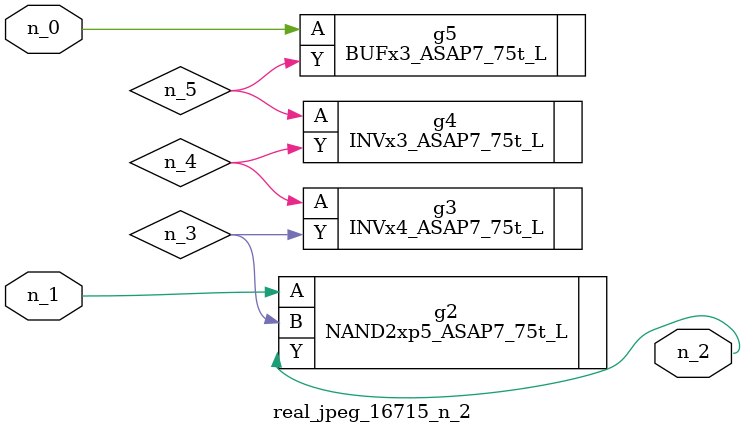
<source format=v>
module real_jpeg_16715_n_2 (n_1, n_0, n_2);

input n_1;
input n_0;

output n_2;

wire n_5;
wire n_4;
wire n_3;

BUFx3_ASAP7_75t_L g5 ( 
.A(n_0),
.Y(n_5)
);

NAND2xp5_ASAP7_75t_L g2 ( 
.A(n_1),
.B(n_3),
.Y(n_2)
);

INVx4_ASAP7_75t_L g3 ( 
.A(n_4),
.Y(n_3)
);

INVx3_ASAP7_75t_L g4 ( 
.A(n_5),
.Y(n_4)
);


endmodule
</source>
